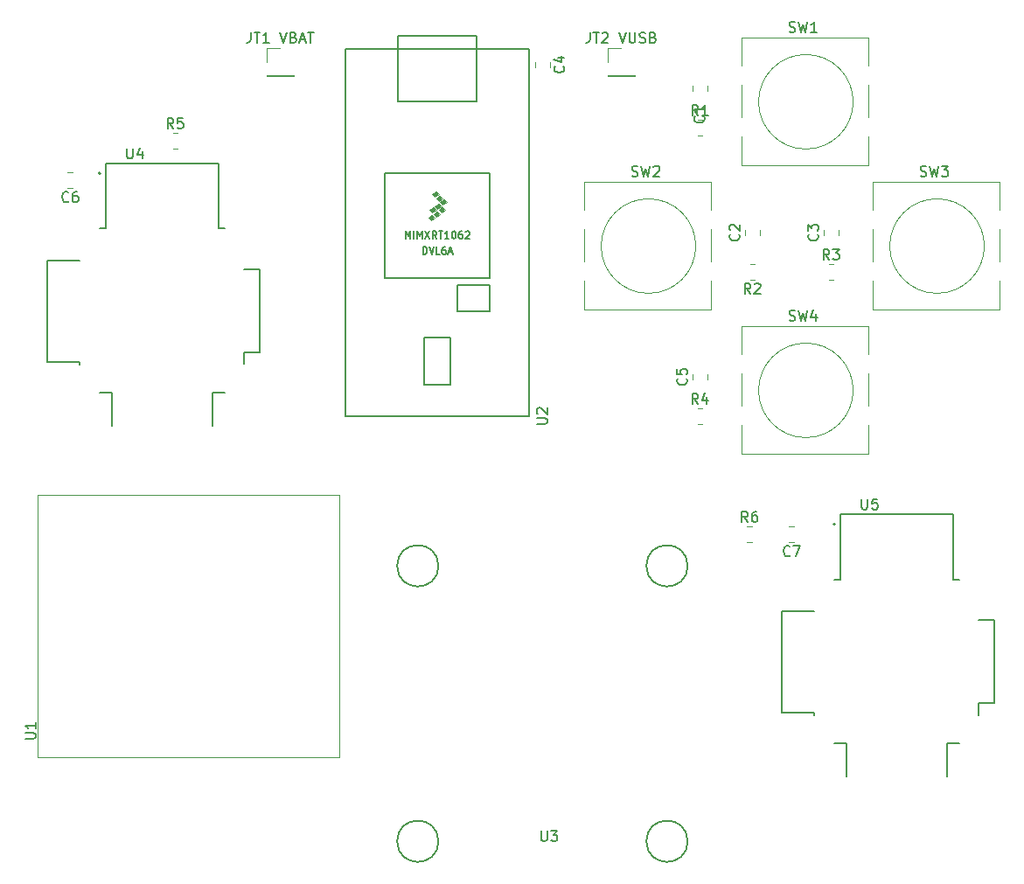
<source format=gbr>
%TF.GenerationSoftware,KiCad,Pcbnew,(6.0.7)*%
%TF.CreationDate,2023-03-27T09:38:57-04:00*%
%TF.ProjectId,RC_PCB,52435f50-4342-42e6-9b69-6361645f7063,rev?*%
%TF.SameCoordinates,Original*%
%TF.FileFunction,Legend,Top*%
%TF.FilePolarity,Positive*%
%FSLAX46Y46*%
G04 Gerber Fmt 4.6, Leading zero omitted, Abs format (unit mm)*
G04 Created by KiCad (PCBNEW (6.0.7)) date 2023-03-27 09:38:57*
%MOMM*%
%LPD*%
G01*
G04 APERTURE LIST*
%ADD10C,0.150000*%
%ADD11C,0.127000*%
%ADD12C,0.200000*%
%ADD13C,0.120000*%
%ADD14C,0.203200*%
%ADD15C,0.100000*%
G04 APERTURE END LIST*
D10*
%TO.C,U5*%
X188383095Y-94389880D02*
X188383095Y-95199404D01*
X188430714Y-95294642D01*
X188478333Y-95342261D01*
X188573571Y-95389880D01*
X188764047Y-95389880D01*
X188859285Y-95342261D01*
X188906904Y-95294642D01*
X188954523Y-95199404D01*
X188954523Y-94389880D01*
X189906904Y-94389880D02*
X189430714Y-94389880D01*
X189383095Y-94866071D01*
X189430714Y-94818452D01*
X189525952Y-94770833D01*
X189764047Y-94770833D01*
X189859285Y-94818452D01*
X189906904Y-94866071D01*
X189954523Y-94961309D01*
X189954523Y-95199404D01*
X189906904Y-95294642D01*
X189859285Y-95342261D01*
X189764047Y-95389880D01*
X189525952Y-95389880D01*
X189430714Y-95342261D01*
X189383095Y-95294642D01*
%TO.C,U4*%
X117263095Y-60417380D02*
X117263095Y-61226904D01*
X117310714Y-61322142D01*
X117358333Y-61369761D01*
X117453571Y-61417380D01*
X117644047Y-61417380D01*
X117739285Y-61369761D01*
X117786904Y-61322142D01*
X117834523Y-61226904D01*
X117834523Y-60417380D01*
X118739285Y-60750714D02*
X118739285Y-61417380D01*
X118501190Y-60369761D02*
X118263095Y-61084047D01*
X118882142Y-61084047D01*
%TO.C,JT1 VBAT*%
X129246666Y-49192380D02*
X129246666Y-49906666D01*
X129199047Y-50049523D01*
X129103809Y-50144761D01*
X128960952Y-50192380D01*
X128865714Y-50192380D01*
X129580000Y-49192380D02*
X130151428Y-49192380D01*
X129865714Y-50192380D02*
X129865714Y-49192380D01*
X131008571Y-50192380D02*
X130437142Y-50192380D01*
X130722857Y-50192380D02*
X130722857Y-49192380D01*
X130627619Y-49335238D01*
X130532380Y-49430476D01*
X130437142Y-49478095D01*
X132056190Y-49192380D02*
X132389523Y-50192380D01*
X132722857Y-49192380D01*
X133389523Y-49668571D02*
X133532380Y-49716190D01*
X133580000Y-49763809D01*
X133627619Y-49859047D01*
X133627619Y-50001904D01*
X133580000Y-50097142D01*
X133532380Y-50144761D01*
X133437142Y-50192380D01*
X133056190Y-50192380D01*
X133056190Y-49192380D01*
X133389523Y-49192380D01*
X133484761Y-49240000D01*
X133532380Y-49287619D01*
X133580000Y-49382857D01*
X133580000Y-49478095D01*
X133532380Y-49573333D01*
X133484761Y-49620952D01*
X133389523Y-49668571D01*
X133056190Y-49668571D01*
X134008571Y-49906666D02*
X134484761Y-49906666D01*
X133913333Y-50192380D02*
X134246666Y-49192380D01*
X134580000Y-50192380D01*
X134770476Y-49192380D02*
X135341904Y-49192380D01*
X135056190Y-50192380D02*
X135056190Y-49192380D01*
%TO.C,U3*%
X157353095Y-126514880D02*
X157353095Y-127324404D01*
X157400714Y-127419642D01*
X157448333Y-127467261D01*
X157543571Y-127514880D01*
X157734047Y-127514880D01*
X157829285Y-127467261D01*
X157876904Y-127419642D01*
X157924523Y-127324404D01*
X157924523Y-126514880D01*
X158305476Y-126514880D02*
X158924523Y-126514880D01*
X158591190Y-126895833D01*
X158734047Y-126895833D01*
X158829285Y-126943452D01*
X158876904Y-126991071D01*
X158924523Y-127086309D01*
X158924523Y-127324404D01*
X158876904Y-127419642D01*
X158829285Y-127467261D01*
X158734047Y-127514880D01*
X158448333Y-127514880D01*
X158353095Y-127467261D01*
X158305476Y-127419642D01*
%TO.C,C2*%
X176477142Y-68746666D02*
X176524761Y-68794285D01*
X176572380Y-68937142D01*
X176572380Y-69032380D01*
X176524761Y-69175238D01*
X176429523Y-69270476D01*
X176334285Y-69318095D01*
X176143809Y-69365714D01*
X176000952Y-69365714D01*
X175810476Y-69318095D01*
X175715238Y-69270476D01*
X175620000Y-69175238D01*
X175572380Y-69032380D01*
X175572380Y-68937142D01*
X175620000Y-68794285D01*
X175667619Y-68746666D01*
X175667619Y-68365714D02*
X175620000Y-68318095D01*
X175572380Y-68222857D01*
X175572380Y-67984761D01*
X175620000Y-67889523D01*
X175667619Y-67841904D01*
X175762857Y-67794285D01*
X175858095Y-67794285D01*
X176000952Y-67841904D01*
X176572380Y-68413333D01*
X176572380Y-67794285D01*
%TO.C,C6*%
X111593333Y-65537142D02*
X111545714Y-65584761D01*
X111402857Y-65632380D01*
X111307619Y-65632380D01*
X111164761Y-65584761D01*
X111069523Y-65489523D01*
X111021904Y-65394285D01*
X110974285Y-65203809D01*
X110974285Y-65060952D01*
X111021904Y-64870476D01*
X111069523Y-64775238D01*
X111164761Y-64680000D01*
X111307619Y-64632380D01*
X111402857Y-64632380D01*
X111545714Y-64680000D01*
X111593333Y-64727619D01*
X112450476Y-64632380D02*
X112260000Y-64632380D01*
X112164761Y-64680000D01*
X112117142Y-64727619D01*
X112021904Y-64870476D01*
X111974285Y-65060952D01*
X111974285Y-65441904D01*
X112021904Y-65537142D01*
X112069523Y-65584761D01*
X112164761Y-65632380D01*
X112355238Y-65632380D01*
X112450476Y-65584761D01*
X112498095Y-65537142D01*
X112545714Y-65441904D01*
X112545714Y-65203809D01*
X112498095Y-65108571D01*
X112450476Y-65060952D01*
X112355238Y-65013333D01*
X112164761Y-65013333D01*
X112069523Y-65060952D01*
X112021904Y-65108571D01*
X111974285Y-65203809D01*
%TO.C,R5*%
X121753333Y-58492380D02*
X121420000Y-58016190D01*
X121181904Y-58492380D02*
X121181904Y-57492380D01*
X121562857Y-57492380D01*
X121658095Y-57540000D01*
X121705714Y-57587619D01*
X121753333Y-57682857D01*
X121753333Y-57825714D01*
X121705714Y-57920952D01*
X121658095Y-57968571D01*
X121562857Y-58016190D01*
X121181904Y-58016190D01*
X122658095Y-57492380D02*
X122181904Y-57492380D01*
X122134285Y-57968571D01*
X122181904Y-57920952D01*
X122277142Y-57873333D01*
X122515238Y-57873333D01*
X122610476Y-57920952D01*
X122658095Y-57968571D01*
X122705714Y-58063809D01*
X122705714Y-58301904D01*
X122658095Y-58397142D01*
X122610476Y-58444761D01*
X122515238Y-58492380D01*
X122277142Y-58492380D01*
X122181904Y-58444761D01*
X122134285Y-58397142D01*
%TO.C,JT2 VUSB*%
X162076190Y-49192380D02*
X162076190Y-49906666D01*
X162028571Y-50049523D01*
X161933333Y-50144761D01*
X161790476Y-50192380D01*
X161695238Y-50192380D01*
X162409523Y-49192380D02*
X162980952Y-49192380D01*
X162695238Y-50192380D02*
X162695238Y-49192380D01*
X163266666Y-49287619D02*
X163314285Y-49240000D01*
X163409523Y-49192380D01*
X163647619Y-49192380D01*
X163742857Y-49240000D01*
X163790476Y-49287619D01*
X163838095Y-49382857D01*
X163838095Y-49478095D01*
X163790476Y-49620952D01*
X163219047Y-50192380D01*
X163838095Y-50192380D01*
X164885714Y-49192380D02*
X165219047Y-50192380D01*
X165552380Y-49192380D01*
X165885714Y-49192380D02*
X165885714Y-50001904D01*
X165933333Y-50097142D01*
X165980952Y-50144761D01*
X166076190Y-50192380D01*
X166266666Y-50192380D01*
X166361904Y-50144761D01*
X166409523Y-50097142D01*
X166457142Y-50001904D01*
X166457142Y-49192380D01*
X166885714Y-50144761D02*
X167028571Y-50192380D01*
X167266666Y-50192380D01*
X167361904Y-50144761D01*
X167409523Y-50097142D01*
X167457142Y-50001904D01*
X167457142Y-49906666D01*
X167409523Y-49811428D01*
X167361904Y-49763809D01*
X167266666Y-49716190D01*
X167076190Y-49668571D01*
X166980952Y-49620952D01*
X166933333Y-49573333D01*
X166885714Y-49478095D01*
X166885714Y-49382857D01*
X166933333Y-49287619D01*
X166980952Y-49240000D01*
X167076190Y-49192380D01*
X167314285Y-49192380D01*
X167457142Y-49240000D01*
X168219047Y-49668571D02*
X168361904Y-49716190D01*
X168409523Y-49763809D01*
X168457142Y-49859047D01*
X168457142Y-50001904D01*
X168409523Y-50097142D01*
X168361904Y-50144761D01*
X168266666Y-50192380D01*
X167885714Y-50192380D01*
X167885714Y-49192380D01*
X168219047Y-49192380D01*
X168314285Y-49240000D01*
X168361904Y-49287619D01*
X168409523Y-49382857D01*
X168409523Y-49478095D01*
X168361904Y-49573333D01*
X168314285Y-49620952D01*
X168219047Y-49668571D01*
X167885714Y-49668571D01*
%TO.C,C5*%
X171397142Y-82716666D02*
X171444761Y-82764285D01*
X171492380Y-82907142D01*
X171492380Y-83002380D01*
X171444761Y-83145238D01*
X171349523Y-83240476D01*
X171254285Y-83288095D01*
X171063809Y-83335714D01*
X170920952Y-83335714D01*
X170730476Y-83288095D01*
X170635238Y-83240476D01*
X170540000Y-83145238D01*
X170492380Y-83002380D01*
X170492380Y-82907142D01*
X170540000Y-82764285D01*
X170587619Y-82716666D01*
X170492380Y-81811904D02*
X170492380Y-82288095D01*
X170968571Y-82335714D01*
X170920952Y-82288095D01*
X170873333Y-82192857D01*
X170873333Y-81954761D01*
X170920952Y-81859523D01*
X170968571Y-81811904D01*
X171063809Y-81764285D01*
X171301904Y-81764285D01*
X171397142Y-81811904D01*
X171444761Y-81859523D01*
X171492380Y-81954761D01*
X171492380Y-82192857D01*
X171444761Y-82288095D01*
X171397142Y-82335714D01*
%TO.C,SW4*%
X181386666Y-77064761D02*
X181529523Y-77112380D01*
X181767619Y-77112380D01*
X181862857Y-77064761D01*
X181910476Y-77017142D01*
X181958095Y-76921904D01*
X181958095Y-76826666D01*
X181910476Y-76731428D01*
X181862857Y-76683809D01*
X181767619Y-76636190D01*
X181577142Y-76588571D01*
X181481904Y-76540952D01*
X181434285Y-76493333D01*
X181386666Y-76398095D01*
X181386666Y-76302857D01*
X181434285Y-76207619D01*
X181481904Y-76160000D01*
X181577142Y-76112380D01*
X181815238Y-76112380D01*
X181958095Y-76160000D01*
X182291428Y-76112380D02*
X182529523Y-77112380D01*
X182720000Y-76398095D01*
X182910476Y-77112380D01*
X183148571Y-76112380D01*
X183958095Y-76445714D02*
X183958095Y-77112380D01*
X183720000Y-76064761D02*
X183481904Y-76779047D01*
X184100952Y-76779047D01*
%TO.C,C4*%
X159517142Y-52469166D02*
X159564761Y-52516785D01*
X159612380Y-52659642D01*
X159612380Y-52754880D01*
X159564761Y-52897738D01*
X159469523Y-52992976D01*
X159374285Y-53040595D01*
X159183809Y-53088214D01*
X159040952Y-53088214D01*
X158850476Y-53040595D01*
X158755238Y-52992976D01*
X158660000Y-52897738D01*
X158612380Y-52754880D01*
X158612380Y-52659642D01*
X158660000Y-52516785D01*
X158707619Y-52469166D01*
X158945714Y-51612023D02*
X159612380Y-51612023D01*
X158564761Y-51850119D02*
X159279047Y-52088214D01*
X159279047Y-51469166D01*
%TO.C,C3*%
X184097142Y-68746666D02*
X184144761Y-68794285D01*
X184192380Y-68937142D01*
X184192380Y-69032380D01*
X184144761Y-69175238D01*
X184049523Y-69270476D01*
X183954285Y-69318095D01*
X183763809Y-69365714D01*
X183620952Y-69365714D01*
X183430476Y-69318095D01*
X183335238Y-69270476D01*
X183240000Y-69175238D01*
X183192380Y-69032380D01*
X183192380Y-68937142D01*
X183240000Y-68794285D01*
X183287619Y-68746666D01*
X183192380Y-68413333D02*
X183192380Y-67794285D01*
X183573333Y-68127619D01*
X183573333Y-67984761D01*
X183620952Y-67889523D01*
X183668571Y-67841904D01*
X183763809Y-67794285D01*
X184001904Y-67794285D01*
X184097142Y-67841904D01*
X184144761Y-67889523D01*
X184192380Y-67984761D01*
X184192380Y-68270476D01*
X184144761Y-68365714D01*
X184097142Y-68413333D01*
%TO.C,SW2*%
X166146666Y-63094761D02*
X166289523Y-63142380D01*
X166527619Y-63142380D01*
X166622857Y-63094761D01*
X166670476Y-63047142D01*
X166718095Y-62951904D01*
X166718095Y-62856666D01*
X166670476Y-62761428D01*
X166622857Y-62713809D01*
X166527619Y-62666190D01*
X166337142Y-62618571D01*
X166241904Y-62570952D01*
X166194285Y-62523333D01*
X166146666Y-62428095D01*
X166146666Y-62332857D01*
X166194285Y-62237619D01*
X166241904Y-62190000D01*
X166337142Y-62142380D01*
X166575238Y-62142380D01*
X166718095Y-62190000D01*
X167051428Y-62142380D02*
X167289523Y-63142380D01*
X167480000Y-62428095D01*
X167670476Y-63142380D01*
X167908571Y-62142380D01*
X168241904Y-62237619D02*
X168289523Y-62190000D01*
X168384761Y-62142380D01*
X168622857Y-62142380D01*
X168718095Y-62190000D01*
X168765714Y-62237619D01*
X168813333Y-62332857D01*
X168813333Y-62428095D01*
X168765714Y-62570952D01*
X168194285Y-63142380D01*
X168813333Y-63142380D01*
%TO.C,SW3*%
X194086666Y-63094761D02*
X194229523Y-63142380D01*
X194467619Y-63142380D01*
X194562857Y-63094761D01*
X194610476Y-63047142D01*
X194658095Y-62951904D01*
X194658095Y-62856666D01*
X194610476Y-62761428D01*
X194562857Y-62713809D01*
X194467619Y-62666190D01*
X194277142Y-62618571D01*
X194181904Y-62570952D01*
X194134285Y-62523333D01*
X194086666Y-62428095D01*
X194086666Y-62332857D01*
X194134285Y-62237619D01*
X194181904Y-62190000D01*
X194277142Y-62142380D01*
X194515238Y-62142380D01*
X194658095Y-62190000D01*
X194991428Y-62142380D02*
X195229523Y-63142380D01*
X195420000Y-62428095D01*
X195610476Y-63142380D01*
X195848571Y-62142380D01*
X196134285Y-62142380D02*
X196753333Y-62142380D01*
X196420000Y-62523333D01*
X196562857Y-62523333D01*
X196658095Y-62570952D01*
X196705714Y-62618571D01*
X196753333Y-62713809D01*
X196753333Y-62951904D01*
X196705714Y-63047142D01*
X196658095Y-63094761D01*
X196562857Y-63142380D01*
X196277142Y-63142380D01*
X196181904Y-63094761D01*
X196134285Y-63047142D01*
%TO.C,SW1*%
X181386666Y-49124761D02*
X181529523Y-49172380D01*
X181767619Y-49172380D01*
X181862857Y-49124761D01*
X181910476Y-49077142D01*
X181958095Y-48981904D01*
X181958095Y-48886666D01*
X181910476Y-48791428D01*
X181862857Y-48743809D01*
X181767619Y-48696190D01*
X181577142Y-48648571D01*
X181481904Y-48600952D01*
X181434285Y-48553333D01*
X181386666Y-48458095D01*
X181386666Y-48362857D01*
X181434285Y-48267619D01*
X181481904Y-48220000D01*
X181577142Y-48172380D01*
X181815238Y-48172380D01*
X181958095Y-48220000D01*
X182291428Y-48172380D02*
X182529523Y-49172380D01*
X182720000Y-48458095D01*
X182910476Y-49172380D01*
X183148571Y-48172380D01*
X184053333Y-49172380D02*
X183481904Y-49172380D01*
X183767619Y-49172380D02*
X183767619Y-48172380D01*
X183672380Y-48315238D01*
X183577142Y-48410476D01*
X183481904Y-48458095D01*
%TO.C,R2*%
X177633333Y-74492380D02*
X177300000Y-74016190D01*
X177061904Y-74492380D02*
X177061904Y-73492380D01*
X177442857Y-73492380D01*
X177538095Y-73540000D01*
X177585714Y-73587619D01*
X177633333Y-73682857D01*
X177633333Y-73825714D01*
X177585714Y-73920952D01*
X177538095Y-73968571D01*
X177442857Y-74016190D01*
X177061904Y-74016190D01*
X178014285Y-73587619D02*
X178061904Y-73540000D01*
X178157142Y-73492380D01*
X178395238Y-73492380D01*
X178490476Y-73540000D01*
X178538095Y-73587619D01*
X178585714Y-73682857D01*
X178585714Y-73778095D01*
X178538095Y-73920952D01*
X177966666Y-74492380D01*
X178585714Y-74492380D01*
%TO.C,U1*%
X107402380Y-117601904D02*
X108211904Y-117601904D01*
X108307142Y-117554285D01*
X108354761Y-117506666D01*
X108402380Y-117411428D01*
X108402380Y-117220952D01*
X108354761Y-117125714D01*
X108307142Y-117078095D01*
X108211904Y-117030476D01*
X107402380Y-117030476D01*
X108402380Y-116030476D02*
X108402380Y-116601904D01*
X108402380Y-116316190D02*
X107402380Y-116316190D01*
X107545238Y-116411428D01*
X107640476Y-116506666D01*
X107688095Y-116601904D01*
%TO.C,C7*%
X181443333Y-99827142D02*
X181395714Y-99874761D01*
X181252857Y-99922380D01*
X181157619Y-99922380D01*
X181014761Y-99874761D01*
X180919523Y-99779523D01*
X180871904Y-99684285D01*
X180824285Y-99493809D01*
X180824285Y-99350952D01*
X180871904Y-99160476D01*
X180919523Y-99065238D01*
X181014761Y-98970000D01*
X181157619Y-98922380D01*
X181252857Y-98922380D01*
X181395714Y-98970000D01*
X181443333Y-99017619D01*
X181776666Y-98922380D02*
X182443333Y-98922380D01*
X182014761Y-99922380D01*
%TO.C,U2*%
X156932380Y-87121904D02*
X157741904Y-87121904D01*
X157837142Y-87074285D01*
X157884761Y-87026666D01*
X157932380Y-86931428D01*
X157932380Y-86740952D01*
X157884761Y-86645714D01*
X157837142Y-86598095D01*
X157741904Y-86550476D01*
X156932380Y-86550476D01*
X157027619Y-86121904D02*
X156980000Y-86074285D01*
X156932380Y-85979047D01*
X156932380Y-85740952D01*
X156980000Y-85645714D01*
X157027619Y-85598095D01*
X157122857Y-85550476D01*
X157218095Y-85550476D01*
X157360952Y-85598095D01*
X157932380Y-86169523D01*
X157932380Y-85550476D01*
X145920000Y-70674666D02*
X145920000Y-69974666D01*
X146086666Y-69974666D01*
X146186666Y-70008000D01*
X146253333Y-70074666D01*
X146286666Y-70141333D01*
X146320000Y-70274666D01*
X146320000Y-70374666D01*
X146286666Y-70508000D01*
X146253333Y-70574666D01*
X146186666Y-70641333D01*
X146086666Y-70674666D01*
X145920000Y-70674666D01*
X146520000Y-69974666D02*
X146753333Y-70674666D01*
X146986666Y-69974666D01*
X147553333Y-70674666D02*
X147220000Y-70674666D01*
X147220000Y-69974666D01*
X148086666Y-69974666D02*
X147953333Y-69974666D01*
X147886666Y-70008000D01*
X147853333Y-70041333D01*
X147786666Y-70141333D01*
X147753333Y-70274666D01*
X147753333Y-70541333D01*
X147786666Y-70608000D01*
X147820000Y-70641333D01*
X147886666Y-70674666D01*
X148020000Y-70674666D01*
X148086666Y-70641333D01*
X148120000Y-70608000D01*
X148153333Y-70541333D01*
X148153333Y-70374666D01*
X148120000Y-70308000D01*
X148086666Y-70274666D01*
X148020000Y-70241333D01*
X147886666Y-70241333D01*
X147820000Y-70274666D01*
X147786666Y-70308000D01*
X147753333Y-70374666D01*
X148420000Y-70474666D02*
X148753333Y-70474666D01*
X148353333Y-70674666D02*
X148586666Y-69974666D01*
X148820000Y-70674666D01*
X144236666Y-69150666D02*
X144236666Y-68450666D01*
X144470000Y-68950666D01*
X144703333Y-68450666D01*
X144703333Y-69150666D01*
X145036666Y-69150666D02*
X145036666Y-68450666D01*
X145370000Y-69150666D02*
X145370000Y-68450666D01*
X145603333Y-68950666D01*
X145836666Y-68450666D01*
X145836666Y-69150666D01*
X146103333Y-68450666D02*
X146570000Y-69150666D01*
X146570000Y-68450666D02*
X146103333Y-69150666D01*
X147236666Y-69150666D02*
X147003333Y-68817333D01*
X146836666Y-69150666D02*
X146836666Y-68450666D01*
X147103333Y-68450666D01*
X147170000Y-68484000D01*
X147203333Y-68517333D01*
X147236666Y-68584000D01*
X147236666Y-68684000D01*
X147203333Y-68750666D01*
X147170000Y-68784000D01*
X147103333Y-68817333D01*
X146836666Y-68817333D01*
X147436666Y-68450666D02*
X147836666Y-68450666D01*
X147636666Y-69150666D02*
X147636666Y-68450666D01*
X148436666Y-69150666D02*
X148036666Y-69150666D01*
X148236666Y-69150666D02*
X148236666Y-68450666D01*
X148170000Y-68550666D01*
X148103333Y-68617333D01*
X148036666Y-68650666D01*
X148870000Y-68450666D02*
X148936666Y-68450666D01*
X149003333Y-68484000D01*
X149036666Y-68517333D01*
X149070000Y-68584000D01*
X149103333Y-68717333D01*
X149103333Y-68884000D01*
X149070000Y-69017333D01*
X149036666Y-69084000D01*
X149003333Y-69117333D01*
X148936666Y-69150666D01*
X148870000Y-69150666D01*
X148803333Y-69117333D01*
X148770000Y-69084000D01*
X148736666Y-69017333D01*
X148703333Y-68884000D01*
X148703333Y-68717333D01*
X148736666Y-68584000D01*
X148770000Y-68517333D01*
X148803333Y-68484000D01*
X148870000Y-68450666D01*
X149703333Y-68450666D02*
X149570000Y-68450666D01*
X149503333Y-68484000D01*
X149470000Y-68517333D01*
X149403333Y-68617333D01*
X149370000Y-68750666D01*
X149370000Y-69017333D01*
X149403333Y-69084000D01*
X149436666Y-69117333D01*
X149503333Y-69150666D01*
X149636666Y-69150666D01*
X149703333Y-69117333D01*
X149736666Y-69084000D01*
X149770000Y-69017333D01*
X149770000Y-68850666D01*
X149736666Y-68784000D01*
X149703333Y-68750666D01*
X149636666Y-68717333D01*
X149503333Y-68717333D01*
X149436666Y-68750666D01*
X149403333Y-68784000D01*
X149370000Y-68850666D01*
X150036666Y-68517333D02*
X150070000Y-68484000D01*
X150136666Y-68450666D01*
X150303333Y-68450666D01*
X150370000Y-68484000D01*
X150403333Y-68517333D01*
X150436666Y-68584000D01*
X150436666Y-68650666D01*
X150403333Y-68750666D01*
X150003333Y-69150666D01*
X150436666Y-69150666D01*
%TO.C,R4*%
X172553333Y-85162380D02*
X172220000Y-84686190D01*
X171981904Y-85162380D02*
X171981904Y-84162380D01*
X172362857Y-84162380D01*
X172458095Y-84210000D01*
X172505714Y-84257619D01*
X172553333Y-84352857D01*
X172553333Y-84495714D01*
X172505714Y-84590952D01*
X172458095Y-84638571D01*
X172362857Y-84686190D01*
X171981904Y-84686190D01*
X173410476Y-84495714D02*
X173410476Y-85162380D01*
X173172380Y-84114761D02*
X172934285Y-84829047D01*
X173553333Y-84829047D01*
%TO.C,C1*%
X173077142Y-57316666D02*
X173124761Y-57364285D01*
X173172380Y-57507142D01*
X173172380Y-57602380D01*
X173124761Y-57745238D01*
X173029523Y-57840476D01*
X172934285Y-57888095D01*
X172743809Y-57935714D01*
X172600952Y-57935714D01*
X172410476Y-57888095D01*
X172315238Y-57840476D01*
X172220000Y-57745238D01*
X172172380Y-57602380D01*
X172172380Y-57507142D01*
X172220000Y-57364285D01*
X172267619Y-57316666D01*
X173172380Y-56364285D02*
X173172380Y-56935714D01*
X173172380Y-56650000D02*
X172172380Y-56650000D01*
X172315238Y-56745238D01*
X172410476Y-56840476D01*
X172458095Y-56935714D01*
%TO.C,R6*%
X177363333Y-96592380D02*
X177030000Y-96116190D01*
X176791904Y-96592380D02*
X176791904Y-95592380D01*
X177172857Y-95592380D01*
X177268095Y-95640000D01*
X177315714Y-95687619D01*
X177363333Y-95782857D01*
X177363333Y-95925714D01*
X177315714Y-96020952D01*
X177268095Y-96068571D01*
X177172857Y-96116190D01*
X176791904Y-96116190D01*
X178220476Y-95592380D02*
X178030000Y-95592380D01*
X177934761Y-95640000D01*
X177887142Y-95687619D01*
X177791904Y-95830476D01*
X177744285Y-96020952D01*
X177744285Y-96401904D01*
X177791904Y-96497142D01*
X177839523Y-96544761D01*
X177934761Y-96592380D01*
X178125238Y-96592380D01*
X178220476Y-96544761D01*
X178268095Y-96497142D01*
X178315714Y-96401904D01*
X178315714Y-96163809D01*
X178268095Y-96068571D01*
X178220476Y-96020952D01*
X178125238Y-95973333D01*
X177934761Y-95973333D01*
X177839523Y-96020952D01*
X177791904Y-96068571D01*
X177744285Y-96163809D01*
%TO.C,R3*%
X185253333Y-71192380D02*
X184920000Y-70716190D01*
X184681904Y-71192380D02*
X184681904Y-70192380D01*
X185062857Y-70192380D01*
X185158095Y-70240000D01*
X185205714Y-70287619D01*
X185253333Y-70382857D01*
X185253333Y-70525714D01*
X185205714Y-70620952D01*
X185158095Y-70668571D01*
X185062857Y-70716190D01*
X184681904Y-70716190D01*
X185586666Y-70192380D02*
X186205714Y-70192380D01*
X185872380Y-70573333D01*
X186015238Y-70573333D01*
X186110476Y-70620952D01*
X186158095Y-70668571D01*
X186205714Y-70763809D01*
X186205714Y-71001904D01*
X186158095Y-71097142D01*
X186110476Y-71144761D01*
X186015238Y-71192380D01*
X185729523Y-71192380D01*
X185634285Y-71144761D01*
X185586666Y-71097142D01*
%TO.C,R1*%
X172553333Y-57222380D02*
X172220000Y-56746190D01*
X171981904Y-57222380D02*
X171981904Y-56222380D01*
X172362857Y-56222380D01*
X172458095Y-56270000D01*
X172505714Y-56317619D01*
X172553333Y-56412857D01*
X172553333Y-56555714D01*
X172505714Y-56650952D01*
X172458095Y-56698571D01*
X172362857Y-56746190D01*
X171981904Y-56746190D01*
X173505714Y-57222380D02*
X172934285Y-57222380D01*
X173220000Y-57222380D02*
X173220000Y-56222380D01*
X173124761Y-56365238D01*
X173029523Y-56460476D01*
X172934285Y-56508095D01*
D11*
%TO.C,U5*%
X185700000Y-102172500D02*
X186320000Y-102172500D01*
X186320000Y-102172500D02*
X186320000Y-95872500D01*
X186320000Y-95872500D02*
X197220000Y-95872500D01*
X197220000Y-95872500D02*
X197220000Y-102172500D01*
X197220000Y-102172500D02*
X197850000Y-102172500D01*
X199720000Y-106072500D02*
X201270000Y-106072500D01*
X201270000Y-106072500D02*
X201270000Y-114172500D01*
X201270000Y-114172500D02*
X199720000Y-114172500D01*
X199720000Y-114172500D02*
X199720000Y-115292500D01*
X197850000Y-118072500D02*
X196620000Y-118072500D01*
X196620000Y-118072500D02*
X196620000Y-121272500D01*
X186920000Y-121272500D02*
X186920000Y-118072500D01*
X186920000Y-118072500D02*
X185700000Y-118072500D01*
X183820000Y-115342500D02*
X183820000Y-115072500D01*
X183820000Y-115072500D02*
X180670000Y-115072500D01*
X180670000Y-115072500D02*
X180670000Y-105272500D01*
X180670000Y-105272500D02*
X183820000Y-105272500D01*
D12*
X185820000Y-96822500D02*
G75*
G03*
X185820000Y-96822500I-100000J0D01*
G01*
D11*
%TO.C,U4*%
X114580000Y-68200000D02*
X115200000Y-68200000D01*
X115200000Y-68200000D02*
X115200000Y-61900000D01*
X115200000Y-61900000D02*
X126100000Y-61900000D01*
X126100000Y-61900000D02*
X126100000Y-68200000D01*
X126100000Y-68200000D02*
X126730000Y-68200000D01*
X128600000Y-72100000D02*
X130150000Y-72100000D01*
X130150000Y-72100000D02*
X130150000Y-80200000D01*
X130150000Y-80200000D02*
X128600000Y-80200000D01*
X128600000Y-80200000D02*
X128600000Y-81320000D01*
X126730000Y-84100000D02*
X125500000Y-84100000D01*
X125500000Y-84100000D02*
X125500000Y-87300000D01*
X115800000Y-87300000D02*
X115800000Y-84100000D01*
X115800000Y-84100000D02*
X114580000Y-84100000D01*
X112700000Y-81370000D02*
X112700000Y-81100000D01*
X112700000Y-81100000D02*
X109550000Y-81100000D01*
X109550000Y-81100000D02*
X109550000Y-71300000D01*
X109550000Y-71300000D02*
X112700000Y-71300000D01*
D12*
X114700000Y-62850000D02*
G75*
G03*
X114700000Y-62850000I-100000J0D01*
G01*
D13*
%TO.C,JT1 VBAT*%
X130750000Y-50740000D02*
X132080000Y-50740000D01*
X130750000Y-53340000D02*
X133410000Y-53340000D01*
X130750000Y-53400000D02*
X133410000Y-53400000D01*
X133410000Y-53340000D02*
X133410000Y-53400000D01*
X130750000Y-53340000D02*
X130750000Y-53400000D01*
X130750000Y-52070000D02*
X130750000Y-50740000D01*
D14*
%TO.C,U3*%
X147415000Y-127522500D02*
G75*
G03*
X147415000Y-127522500I-2000000J0D01*
G01*
X147415000Y-100852500D02*
G75*
G03*
X147415000Y-100852500I-2000000J0D01*
G01*
X171545000Y-100852500D02*
G75*
G03*
X171545000Y-100852500I-2000000J0D01*
G01*
X171545000Y-127522500D02*
G75*
G03*
X171545000Y-127522500I-2000000J0D01*
G01*
D13*
%TO.C,C2*%
X177065000Y-68841252D02*
X177065000Y-68318748D01*
X178535000Y-68841252D02*
X178535000Y-68318748D01*
%TO.C,C6*%
X112021252Y-62765000D02*
X111498748Y-62765000D01*
X112021252Y-64235000D02*
X111498748Y-64235000D01*
%TO.C,R5*%
X121692936Y-58955000D02*
X122147064Y-58955000D01*
X121692936Y-60425000D02*
X122147064Y-60425000D01*
%TO.C,JT2 VUSB*%
X163770000Y-53400000D02*
X166430000Y-53400000D01*
X163770000Y-52070000D02*
X163770000Y-50740000D01*
X163770000Y-53340000D02*
X166430000Y-53340000D01*
X163770000Y-50740000D02*
X165100000Y-50740000D01*
X166430000Y-53340000D02*
X166430000Y-53400000D01*
X163770000Y-53340000D02*
X163770000Y-53400000D01*
%TO.C,C5*%
X173455000Y-82811252D02*
X173455000Y-82288748D01*
X171985000Y-82811252D02*
X171985000Y-82288748D01*
%TO.C,SW4*%
X176740000Y-77670000D02*
X189040000Y-77670000D01*
X176740000Y-89970000D02*
X176740000Y-87250000D01*
X189040000Y-87250000D02*
X189040000Y-89970000D01*
X176740000Y-85390000D02*
X176740000Y-82250000D01*
X189040000Y-89970000D02*
X176740000Y-89970000D01*
X189040000Y-82250000D02*
X189040000Y-85390000D01*
X176740000Y-80390000D02*
X176740000Y-77670000D01*
X189040000Y-77670000D02*
X189040000Y-80390000D01*
X187569050Y-83860000D02*
G75*
G03*
X187569050Y-83860000I-4579050J0D01*
G01*
%TO.C,C4*%
X158215000Y-52041248D02*
X158215000Y-52563752D01*
X156745000Y-52041248D02*
X156745000Y-52563752D01*
%TO.C,C3*%
X186155000Y-68841252D02*
X186155000Y-68318748D01*
X184685000Y-68841252D02*
X184685000Y-68318748D01*
%TO.C,SW2*%
X161500000Y-76000000D02*
X161500000Y-73280000D01*
X161500000Y-71420000D02*
X161500000Y-68280000D01*
X173800000Y-63700000D02*
X173800000Y-66420000D01*
X161500000Y-66420000D02*
X161500000Y-63700000D01*
X173800000Y-73280000D02*
X173800000Y-76000000D01*
X173800000Y-76000000D02*
X161500000Y-76000000D01*
X173800000Y-68280000D02*
X173800000Y-71420000D01*
X161500000Y-63700000D02*
X173800000Y-63700000D01*
X172329050Y-69890000D02*
G75*
G03*
X172329050Y-69890000I-4579050J0D01*
G01*
%TO.C,SW3*%
X189440000Y-66420000D02*
X189440000Y-63700000D01*
X201740000Y-73280000D02*
X201740000Y-76000000D01*
X189440000Y-63700000D02*
X201740000Y-63700000D01*
X201740000Y-68280000D02*
X201740000Y-71420000D01*
X189440000Y-71420000D02*
X189440000Y-68280000D01*
X201740000Y-63700000D02*
X201740000Y-66420000D01*
X201740000Y-76000000D02*
X189440000Y-76000000D01*
X189440000Y-76000000D02*
X189440000Y-73280000D01*
X200269050Y-69890000D02*
G75*
G03*
X200269050Y-69890000I-4579050J0D01*
G01*
%TO.C,SW1*%
X189040000Y-59310000D02*
X189040000Y-62030000D01*
X176740000Y-57450000D02*
X176740000Y-54310000D01*
X176740000Y-62030000D02*
X176740000Y-59310000D01*
X189040000Y-54310000D02*
X189040000Y-57450000D01*
X176740000Y-52450000D02*
X176740000Y-49730000D01*
X176740000Y-49730000D02*
X189040000Y-49730000D01*
X189040000Y-62030000D02*
X176740000Y-62030000D01*
X189040000Y-49730000D02*
X189040000Y-52450000D01*
X187569050Y-55920000D02*
G75*
G03*
X187569050Y-55920000I-4579050J0D01*
G01*
%TO.C,R2*%
X178027064Y-71655000D02*
X177572936Y-71655000D01*
X178027064Y-73125000D02*
X177572936Y-73125000D01*
%TO.C,U1*%
X108585000Y-119380000D02*
X137795000Y-119380000D01*
X137795000Y-119380000D02*
X137795000Y-93980000D01*
X137795000Y-93980000D02*
X108585000Y-93980000D01*
X108585000Y-93980000D02*
X108585000Y-119380000D01*
%TO.C,C7*%
X181871252Y-98525000D02*
X181348748Y-98525000D01*
X181871252Y-97055000D02*
X181348748Y-97055000D01*
D10*
%TO.C,U2*%
X152400000Y-73660000D02*
X152400000Y-76200000D01*
X143510000Y-55880000D02*
X143510000Y-50800000D01*
X148590000Y-78740000D02*
X148590000Y-83312000D01*
X152400000Y-73025000D02*
X152400000Y-62865000D01*
X149225000Y-73660000D02*
X152400000Y-73660000D01*
X146050000Y-78740000D02*
X148590000Y-78740000D01*
X149225000Y-76200000D02*
X149225000Y-73660000D01*
X138430000Y-50800000D02*
X156210000Y-50800000D01*
X143510000Y-55880000D02*
X151130000Y-55880000D01*
X151130000Y-55880000D02*
X151130000Y-50800000D01*
X143510000Y-50800000D02*
X143510000Y-49530000D01*
X142240000Y-73025000D02*
X152400000Y-73025000D01*
X152400000Y-62865000D02*
X142240000Y-62865000D01*
X143510000Y-49530000D02*
X151130000Y-49530000D01*
X146050000Y-83312000D02*
X146050000Y-78740000D01*
X152400000Y-76200000D02*
X149225000Y-76200000D01*
X142240000Y-73025000D02*
X142240000Y-62865000D01*
X148590000Y-83312000D02*
X146050000Y-83312000D01*
X138430000Y-86360000D02*
X138430000Y-50800000D01*
X156210000Y-50800000D02*
X156210000Y-86360000D01*
X151130000Y-49530000D02*
X151130000Y-50800000D01*
X156210000Y-86360000D02*
X138430000Y-86360000D01*
G36*
X147701000Y-66040000D02*
G01*
X147320000Y-66294000D01*
X147066000Y-66040000D01*
X147447000Y-65786000D01*
X147701000Y-66040000D01*
G37*
D15*
X147701000Y-66040000D02*
X147320000Y-66294000D01*
X147066000Y-66040000D01*
X147447000Y-65786000D01*
X147701000Y-66040000D01*
G36*
X148209000Y-65659000D02*
G01*
X147828000Y-65913000D01*
X147574000Y-65659000D01*
X147955000Y-65405000D01*
X148209000Y-65659000D01*
G37*
X148209000Y-65659000D02*
X147828000Y-65913000D01*
X147574000Y-65659000D01*
X147955000Y-65405000D01*
X148209000Y-65659000D01*
G36*
X147066000Y-67183000D02*
G01*
X146685000Y-67437000D01*
X146431000Y-67183000D01*
X146812000Y-66929000D01*
X147066000Y-67183000D01*
G37*
X147066000Y-67183000D02*
X146685000Y-67437000D01*
X146431000Y-67183000D01*
X146812000Y-66929000D01*
X147066000Y-67183000D01*
G36*
X147193000Y-66421000D02*
G01*
X146812000Y-66675000D01*
X146558000Y-66421000D01*
X146939000Y-66167000D01*
X147193000Y-66421000D01*
G37*
X147193000Y-66421000D02*
X146812000Y-66675000D01*
X146558000Y-66421000D01*
X146939000Y-66167000D01*
X147193000Y-66421000D01*
G36*
X148082000Y-66421000D02*
G01*
X147701000Y-66675000D01*
X147447000Y-66421000D01*
X147828000Y-66167000D01*
X148082000Y-66421000D01*
G37*
X148082000Y-66421000D02*
X147701000Y-66675000D01*
X147447000Y-66421000D01*
X147828000Y-66167000D01*
X148082000Y-66421000D01*
G36*
X147574000Y-66802000D02*
G01*
X147193000Y-67056000D01*
X146939000Y-66802000D01*
X147320000Y-66548000D01*
X147574000Y-66802000D01*
G37*
X147574000Y-66802000D02*
X147193000Y-67056000D01*
X146939000Y-66802000D01*
X147320000Y-66548000D01*
X147574000Y-66802000D01*
G36*
X147447000Y-64897000D02*
G01*
X147066000Y-65151000D01*
X146812000Y-64897000D01*
X147193000Y-64643000D01*
X147447000Y-64897000D01*
G37*
X147447000Y-64897000D02*
X147066000Y-65151000D01*
X146812000Y-64897000D01*
X147193000Y-64643000D01*
X147447000Y-64897000D01*
G36*
X147828000Y-65278000D02*
G01*
X147447000Y-65532000D01*
X147193000Y-65278000D01*
X147574000Y-65024000D01*
X147828000Y-65278000D01*
G37*
X147828000Y-65278000D02*
X147447000Y-65532000D01*
X147193000Y-65278000D01*
X147574000Y-65024000D01*
X147828000Y-65278000D01*
D13*
%TO.C,R4*%
X172492936Y-85625000D02*
X172947064Y-85625000D01*
X172492936Y-87095000D02*
X172947064Y-87095000D01*
%TO.C,C1*%
X171985000Y-54871252D02*
X171985000Y-54348748D01*
X173455000Y-54871252D02*
X173455000Y-54348748D01*
%TO.C,R6*%
X177302936Y-97055000D02*
X177757064Y-97055000D01*
X177302936Y-98525000D02*
X177757064Y-98525000D01*
%TO.C,R3*%
X185192936Y-71655000D02*
X185647064Y-71655000D01*
X185192936Y-73125000D02*
X185647064Y-73125000D01*
%TO.C,R1*%
X172492936Y-59155000D02*
X172947064Y-59155000D01*
X172492936Y-57685000D02*
X172947064Y-57685000D01*
%TD*%
M02*

</source>
